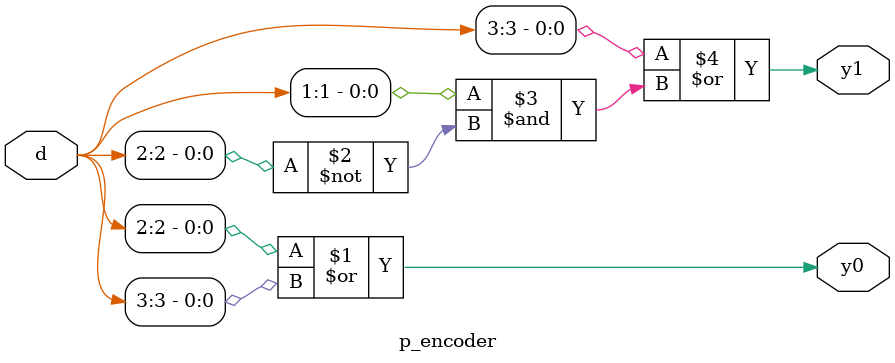
<source format=v>
module p_encoder(input[3:0]d,output y0,y1);
  assign y0=d[2]|d[3];
  assign y1=d[3]|d[1]& ~d[2];
endmodule

</source>
